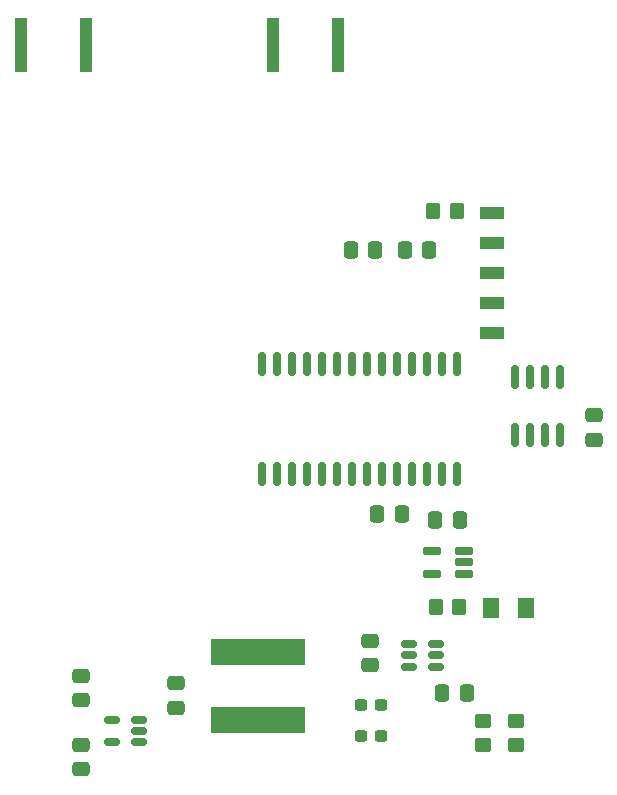
<source format=gbp>
%TF.GenerationSoftware,KiCad,Pcbnew,8.0.6*%
%TF.CreationDate,2025-01-08T17:22:55-05:00*%
%TF.ProjectId,LTT,4c54542e-6b69-4636-9164-5f7063625858,rev?*%
%TF.SameCoordinates,Original*%
%TF.FileFunction,Paste,Bot*%
%TF.FilePolarity,Positive*%
%FSLAX46Y46*%
G04 Gerber Fmt 4.6, Leading zero omitted, Abs format (unit mm)*
G04 Created by KiCad (PCBNEW 8.0.6) date 2025-01-08 17:22:55*
%MOMM*%
%LPD*%
G01*
G04 APERTURE LIST*
G04 Aperture macros list*
%AMRoundRect*
0 Rectangle with rounded corners*
0 $1 Rounding radius*
0 $2 $3 $4 $5 $6 $7 $8 $9 X,Y pos of 4 corners*
0 Add a 4 corners polygon primitive as box body*
4,1,4,$2,$3,$4,$5,$6,$7,$8,$9,$2,$3,0*
0 Add four circle primitives for the rounded corners*
1,1,$1+$1,$2,$3*
1,1,$1+$1,$4,$5*
1,1,$1+$1,$6,$7*
1,1,$1+$1,$8,$9*
0 Add four rect primitives between the rounded corners*
20,1,$1+$1,$2,$3,$4,$5,0*
20,1,$1+$1,$4,$5,$6,$7,0*
20,1,$1+$1,$6,$7,$8,$9,0*
20,1,$1+$1,$8,$9,$2,$3,0*%
G04 Aperture macros list end*
%ADD10R,1.000000X4.560000*%
%ADD11RoundRect,0.162500X0.617500X0.162500X-0.617500X0.162500X-0.617500X-0.162500X0.617500X-0.162500X0*%
%ADD12RoundRect,0.237500X-0.300000X-0.237500X0.300000X-0.237500X0.300000X0.237500X-0.300000X0.237500X0*%
%ADD13RoundRect,0.250000X0.475000X-0.337500X0.475000X0.337500X-0.475000X0.337500X-0.475000X-0.337500X0*%
%ADD14RoundRect,0.250000X-0.350000X-0.450000X0.350000X-0.450000X0.350000X0.450000X-0.350000X0.450000X0*%
%ADD15RoundRect,0.250000X-0.475000X0.337500X-0.475000X-0.337500X0.475000X-0.337500X0.475000X0.337500X0*%
%ADD16RoundRect,0.250000X0.337500X0.475000X-0.337500X0.475000X-0.337500X-0.475000X0.337500X-0.475000X0*%
%ADD17RoundRect,0.150000X-0.150000X0.875000X-0.150000X-0.875000X0.150000X-0.875000X0.150000X0.875000X0*%
%ADD18RoundRect,0.250000X-0.450000X0.350000X-0.450000X-0.350000X0.450000X-0.350000X0.450000X0.350000X0*%
%ADD19RoundRect,0.150000X-0.512500X-0.150000X0.512500X-0.150000X0.512500X0.150000X-0.512500X0.150000X0*%
%ADD20RoundRect,0.150000X-0.150000X0.825000X-0.150000X-0.825000X0.150000X-0.825000X0.150000X0.825000X0*%
%ADD21RoundRect,0.150000X0.512500X0.150000X-0.512500X0.150000X-0.512500X-0.150000X0.512500X-0.150000X0*%
%ADD22R,2.000000X1.000000*%
%ADD23RoundRect,0.250000X-0.337500X-0.475000X0.337500X-0.475000X0.337500X0.475000X-0.337500X0.475000X0*%
%ADD24RoundRect,0.250000X0.450000X-0.350000X0.450000X0.350000X-0.450000X0.350000X-0.450000X-0.350000X0*%
%ADD25RoundRect,0.250001X-0.462499X-0.624999X0.462499X-0.624999X0.462499X0.624999X-0.462499X0.624999X0*%
%ADD26R,8.001000X2.209800*%
G04 APERTURE END LIST*
D10*
%TO.C,J2*%
X149970750Y-78958500D03*
X144430750Y-78958500D03*
%TD*%
%TO.C,J3*%
X128600000Y-78958500D03*
X123060000Y-78958500D03*
%TD*%
D11*
%TO.C,U7*%
X160565000Y-121792500D03*
X160565000Y-122742500D03*
X160565000Y-123692500D03*
X157865000Y-123692500D03*
X157865000Y-121792500D03*
%TD*%
D12*
%TO.C,C45*%
X151875000Y-134800000D03*
X153600000Y-134800000D03*
%TD*%
D13*
%TO.C,C1*%
X171627500Y-112355000D03*
X171627500Y-110280000D03*
%TD*%
D14*
%TO.C,R12*%
X158200000Y-126542500D03*
X160200000Y-126542500D03*
%TD*%
D15*
%TO.C,C42*%
X152600000Y-129362500D03*
X152600000Y-131437500D03*
%TD*%
D16*
%TO.C,C3*%
X153067500Y-96270000D03*
X150992500Y-96270000D03*
%TD*%
D15*
%TO.C,C47*%
X128200000Y-138162500D03*
X128200000Y-140237500D03*
%TD*%
D17*
%TO.C,U2*%
X143470000Y-105970000D03*
X144740000Y-105970000D03*
X146010000Y-105970000D03*
X147280000Y-105970000D03*
X148550000Y-105970000D03*
X149820000Y-105970000D03*
X151090000Y-105970000D03*
X152360000Y-105970000D03*
X153630000Y-105970000D03*
X154900000Y-105970000D03*
X156170000Y-105970000D03*
X157440000Y-105970000D03*
X158710000Y-105970000D03*
X159980000Y-105970000D03*
X159980000Y-115270000D03*
X158710000Y-115270000D03*
X157440000Y-115270000D03*
X156170000Y-115270000D03*
X154900000Y-115270000D03*
X153630000Y-115270000D03*
X152360000Y-115270000D03*
X151090000Y-115270000D03*
X149820000Y-115270000D03*
X148550000Y-115270000D03*
X147280000Y-115270000D03*
X146010000Y-115270000D03*
X144740000Y-115270000D03*
X143470000Y-115270000D03*
%TD*%
D18*
%TO.C,R14*%
X162200000Y-136200000D03*
X162200000Y-138200000D03*
%TD*%
D19*
%TO.C,U8*%
X155925000Y-131550000D03*
X155925000Y-130600000D03*
X155925000Y-129650000D03*
X158200000Y-129650000D03*
X158200000Y-130600000D03*
X158200000Y-131550000D03*
%TD*%
D20*
%TO.C,U1*%
X164942500Y-107015000D03*
X166212500Y-107015000D03*
X167482500Y-107015000D03*
X168752500Y-107015000D03*
X168752500Y-111965000D03*
X167482500Y-111965000D03*
X166212500Y-111965000D03*
X164942500Y-111965000D03*
%TD*%
D21*
%TO.C,U9*%
X133092500Y-136060000D03*
X133092500Y-137010000D03*
X133092500Y-137960000D03*
X130817500Y-137960000D03*
X130817500Y-136060000D03*
%TD*%
D22*
%TO.C,J1*%
X163012500Y-103280000D03*
X163012500Y-100740000D03*
X163012500Y-98200000D03*
X163012500Y-95660000D03*
X163012500Y-93120000D03*
%TD*%
D12*
%TO.C,C44*%
X151875000Y-137400000D03*
X153600000Y-137400000D03*
%TD*%
D23*
%TO.C,C41*%
X158177500Y-119142500D03*
X160252500Y-119142500D03*
%TD*%
D13*
%TO.C,C46*%
X136200000Y-135037500D03*
X136200000Y-132962500D03*
%TD*%
%TO.C,C48*%
X128200000Y-134400000D03*
X128200000Y-132325000D03*
%TD*%
D14*
%TO.C,R1*%
X158000000Y-93000000D03*
X160000000Y-93000000D03*
%TD*%
D24*
%TO.C,R13*%
X165000000Y-138200000D03*
X165000000Y-136200000D03*
%TD*%
D25*
%TO.C,F1*%
X162912500Y-126585000D03*
X165887500Y-126585000D03*
%TD*%
D16*
%TO.C,C2*%
X155337500Y-118600000D03*
X153262500Y-118600000D03*
%TD*%
D23*
%TO.C,C43*%
X158762500Y-133800000D03*
X160837500Y-133800000D03*
%TD*%
%TO.C,C4*%
X155592500Y-96270000D03*
X157667500Y-96270000D03*
%TD*%
D26*
%TO.C,L10*%
X143200000Y-130342500D03*
X143200000Y-136057500D03*
%TD*%
M02*

</source>
